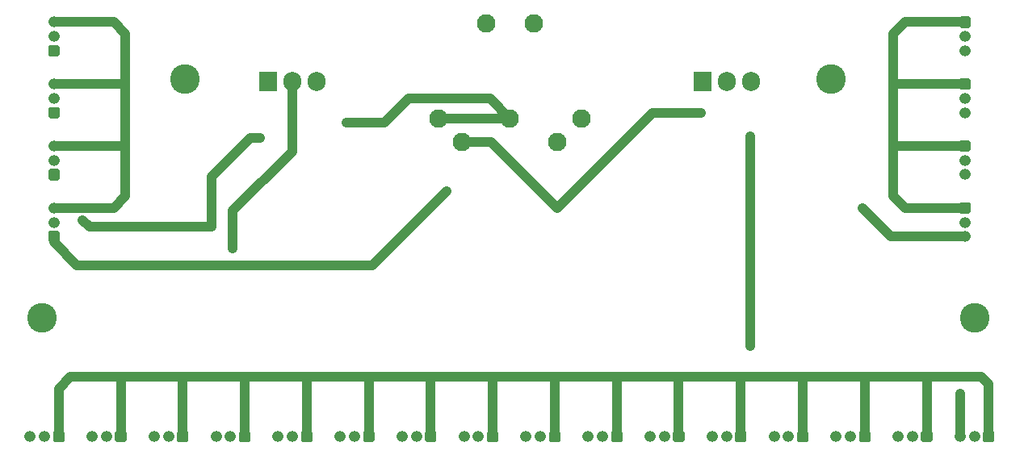
<source format=gbl>
G04 #@! TF.GenerationSoftware,KiCad,Pcbnew,(5.1.6-0-10_14)*
G04 #@! TF.CreationDate,2020-08-03T23:57:46+09:00*
G04 #@! TF.ProjectId,teabiscuits_power,74656162-6973-4637-9569-74735f706f77,rev?*
G04 #@! TF.SameCoordinates,Original*
G04 #@! TF.FileFunction,Copper,L2,Bot*
G04 #@! TF.FilePolarity,Positive*
%FSLAX46Y46*%
G04 Gerber Fmt 4.6, Leading zero omitted, Abs format (unit mm)*
G04 Created by KiCad (PCBNEW (5.1.6-0-10_14)) date 2020-08-03 23:57:46*
%MOMM*%
%LPD*%
G01*
G04 APERTURE LIST*
G04 #@! TA.AperFunction,ComponentPad*
%ADD10O,1.905000X2.000000*%
G04 #@! TD*
G04 #@! TA.AperFunction,ComponentPad*
%ADD11R,1.905000X2.000000*%
G04 #@! TD*
G04 #@! TA.AperFunction,ComponentPad*
%ADD12O,1.200000X1.200000*%
G04 #@! TD*
G04 #@! TA.AperFunction,ComponentPad*
%ADD13C,1.950000*%
G04 #@! TD*
G04 #@! TA.AperFunction,ViaPad*
%ADD14C,3.110000*%
G04 #@! TD*
G04 #@! TA.AperFunction,ViaPad*
%ADD15C,1.000000*%
G04 #@! TD*
G04 #@! TA.AperFunction,Conductor*
%ADD16C,1.000000*%
G04 #@! TD*
G04 APERTURE END LIST*
D10*
X130790000Y-75500000D03*
X128250000Y-75500000D03*
D11*
X125710000Y-75500000D03*
D10*
X176330000Y-75500000D03*
X173790000Y-75500000D03*
D11*
X171250000Y-75500000D03*
G04 #@! TA.AperFunction,ComponentPad*
G36*
G01*
X103673600Y-92350000D02*
X102826400Y-92350000D01*
G75*
G02*
X102650000Y-92173600I0J176400D01*
G01*
X102650000Y-91326400D01*
G75*
G02*
X102826400Y-91150000I176400J0D01*
G01*
X103673600Y-91150000D01*
G75*
G02*
X103850000Y-91326400I0J-176400D01*
G01*
X103850000Y-92173600D01*
G75*
G02*
X103673600Y-92350000I-176400J0D01*
G01*
G37*
G04 #@! TD.AperFunction*
D12*
X103250000Y-90250000D03*
X103250000Y-88750000D03*
G04 #@! TA.AperFunction,ComponentPad*
G36*
G01*
X103673600Y-85850000D02*
X102826400Y-85850000D01*
G75*
G02*
X102650000Y-85673600I0J176400D01*
G01*
X102650000Y-84826400D01*
G75*
G02*
X102826400Y-84650000I176400J0D01*
G01*
X103673600Y-84650000D01*
G75*
G02*
X103850000Y-84826400I0J-176400D01*
G01*
X103850000Y-85673600D01*
G75*
G02*
X103673600Y-85850000I-176400J0D01*
G01*
G37*
G04 #@! TD.AperFunction*
X103250000Y-83750000D03*
X103250000Y-82250000D03*
G04 #@! TA.AperFunction,ComponentPad*
G36*
G01*
X103673600Y-79350000D02*
X102826400Y-79350000D01*
G75*
G02*
X102650000Y-79173600I0J176400D01*
G01*
X102650000Y-78326400D01*
G75*
G02*
X102826400Y-78150000I176400J0D01*
G01*
X103673600Y-78150000D01*
G75*
G02*
X103850000Y-78326400I0J-176400D01*
G01*
X103850000Y-79173600D01*
G75*
G02*
X103673600Y-79350000I-176400J0D01*
G01*
G37*
G04 #@! TD.AperFunction*
X103250000Y-77250000D03*
X103250000Y-75750000D03*
G04 #@! TA.AperFunction,ComponentPad*
G36*
G01*
X103673600Y-72850000D02*
X102826400Y-72850000D01*
G75*
G02*
X102650000Y-72673600I0J176400D01*
G01*
X102650000Y-71826400D01*
G75*
G02*
X102826400Y-71650000I176400J0D01*
G01*
X103673600Y-71650000D01*
G75*
G02*
X103850000Y-71826400I0J-176400D01*
G01*
X103850000Y-72673600D01*
G75*
G02*
X103673600Y-72850000I-176400J0D01*
G01*
G37*
G04 #@! TD.AperFunction*
X103250000Y-70750000D03*
X103250000Y-69250000D03*
G04 #@! TA.AperFunction,ComponentPad*
G36*
G01*
X198326400Y-68650000D02*
X199173600Y-68650000D01*
G75*
G02*
X199350000Y-68826400I0J-176400D01*
G01*
X199350000Y-69673600D01*
G75*
G02*
X199173600Y-69850000I-176400J0D01*
G01*
X198326400Y-69850000D01*
G75*
G02*
X198150000Y-69673600I0J176400D01*
G01*
X198150000Y-68826400D01*
G75*
G02*
X198326400Y-68650000I176400J0D01*
G01*
G37*
G04 #@! TD.AperFunction*
X198750000Y-70750000D03*
X198750000Y-72250000D03*
G04 #@! TA.AperFunction,ComponentPad*
G36*
G01*
X198326400Y-75150000D02*
X199173600Y-75150000D01*
G75*
G02*
X199350000Y-75326400I0J-176400D01*
G01*
X199350000Y-76173600D01*
G75*
G02*
X199173600Y-76350000I-176400J0D01*
G01*
X198326400Y-76350000D01*
G75*
G02*
X198150000Y-76173600I0J176400D01*
G01*
X198150000Y-75326400D01*
G75*
G02*
X198326400Y-75150000I176400J0D01*
G01*
G37*
G04 #@! TD.AperFunction*
X198750000Y-77250000D03*
X198750000Y-78750000D03*
G04 #@! TA.AperFunction,ComponentPad*
G36*
G01*
X198326400Y-81650000D02*
X199173600Y-81650000D01*
G75*
G02*
X199350000Y-81826400I0J-176400D01*
G01*
X199350000Y-82673600D01*
G75*
G02*
X199173600Y-82850000I-176400J0D01*
G01*
X198326400Y-82850000D01*
G75*
G02*
X198150000Y-82673600I0J176400D01*
G01*
X198150000Y-81826400D01*
G75*
G02*
X198326400Y-81650000I176400J0D01*
G01*
G37*
G04 #@! TD.AperFunction*
X198750000Y-83750000D03*
X198750000Y-85250000D03*
G04 #@! TA.AperFunction,ComponentPad*
G36*
G01*
X198326400Y-88150000D02*
X199173600Y-88150000D01*
G75*
G02*
X199350000Y-88326400I0J-176400D01*
G01*
X199350000Y-89173600D01*
G75*
G02*
X199173600Y-89350000I-176400J0D01*
G01*
X198326400Y-89350000D01*
G75*
G02*
X198150000Y-89173600I0J176400D01*
G01*
X198150000Y-88326400D01*
G75*
G02*
X198326400Y-88150000I176400J0D01*
G01*
G37*
G04 #@! TD.AperFunction*
X198750000Y-90250000D03*
X198750000Y-91750000D03*
G04 #@! TA.AperFunction,ComponentPad*
G36*
G01*
X201850000Y-112326400D02*
X201850000Y-113173600D01*
G75*
G02*
X201673600Y-113350000I-176400J0D01*
G01*
X200826400Y-113350000D01*
G75*
G02*
X200650000Y-113173600I0J176400D01*
G01*
X200650000Y-112326400D01*
G75*
G02*
X200826400Y-112150000I176400J0D01*
G01*
X201673600Y-112150000D01*
G75*
G02*
X201850000Y-112326400I0J-176400D01*
G01*
G37*
G04 #@! TD.AperFunction*
X199750000Y-112750000D03*
X198250000Y-112750000D03*
G04 #@! TA.AperFunction,ComponentPad*
G36*
G01*
X195350000Y-112326400D02*
X195350000Y-113173600D01*
G75*
G02*
X195173600Y-113350000I-176400J0D01*
G01*
X194326400Y-113350000D01*
G75*
G02*
X194150000Y-113173600I0J176400D01*
G01*
X194150000Y-112326400D01*
G75*
G02*
X194326400Y-112150000I176400J0D01*
G01*
X195173600Y-112150000D01*
G75*
G02*
X195350000Y-112326400I0J-176400D01*
G01*
G37*
G04 #@! TD.AperFunction*
X193250000Y-112750000D03*
X191750000Y-112750000D03*
G04 #@! TA.AperFunction,ComponentPad*
G36*
G01*
X188850000Y-112326400D02*
X188850000Y-113173600D01*
G75*
G02*
X188673600Y-113350000I-176400J0D01*
G01*
X187826400Y-113350000D01*
G75*
G02*
X187650000Y-113173600I0J176400D01*
G01*
X187650000Y-112326400D01*
G75*
G02*
X187826400Y-112150000I176400J0D01*
G01*
X188673600Y-112150000D01*
G75*
G02*
X188850000Y-112326400I0J-176400D01*
G01*
G37*
G04 #@! TD.AperFunction*
X186750000Y-112750000D03*
X185250000Y-112750000D03*
G04 #@! TA.AperFunction,ComponentPad*
G36*
G01*
X182350000Y-112326400D02*
X182350000Y-113173600D01*
G75*
G02*
X182173600Y-113350000I-176400J0D01*
G01*
X181326400Y-113350000D01*
G75*
G02*
X181150000Y-113173600I0J176400D01*
G01*
X181150000Y-112326400D01*
G75*
G02*
X181326400Y-112150000I176400J0D01*
G01*
X182173600Y-112150000D01*
G75*
G02*
X182350000Y-112326400I0J-176400D01*
G01*
G37*
G04 #@! TD.AperFunction*
X180250000Y-112750000D03*
X178750000Y-112750000D03*
G04 #@! TA.AperFunction,ComponentPad*
G36*
G01*
X175850000Y-112326400D02*
X175850000Y-113173600D01*
G75*
G02*
X175673600Y-113350000I-176400J0D01*
G01*
X174826400Y-113350000D01*
G75*
G02*
X174650000Y-113173600I0J176400D01*
G01*
X174650000Y-112326400D01*
G75*
G02*
X174826400Y-112150000I176400J0D01*
G01*
X175673600Y-112150000D01*
G75*
G02*
X175850000Y-112326400I0J-176400D01*
G01*
G37*
G04 #@! TD.AperFunction*
X173750000Y-112750000D03*
X172250000Y-112750000D03*
G04 #@! TA.AperFunction,ComponentPad*
G36*
G01*
X169350000Y-112326400D02*
X169350000Y-113173600D01*
G75*
G02*
X169173600Y-113350000I-176400J0D01*
G01*
X168326400Y-113350000D01*
G75*
G02*
X168150000Y-113173600I0J176400D01*
G01*
X168150000Y-112326400D01*
G75*
G02*
X168326400Y-112150000I176400J0D01*
G01*
X169173600Y-112150000D01*
G75*
G02*
X169350000Y-112326400I0J-176400D01*
G01*
G37*
G04 #@! TD.AperFunction*
X167250000Y-112750000D03*
X165750000Y-112750000D03*
G04 #@! TA.AperFunction,ComponentPad*
G36*
G01*
X162850000Y-112326400D02*
X162850000Y-113173600D01*
G75*
G02*
X162673600Y-113350000I-176400J0D01*
G01*
X161826400Y-113350000D01*
G75*
G02*
X161650000Y-113173600I0J176400D01*
G01*
X161650000Y-112326400D01*
G75*
G02*
X161826400Y-112150000I176400J0D01*
G01*
X162673600Y-112150000D01*
G75*
G02*
X162850000Y-112326400I0J-176400D01*
G01*
G37*
G04 #@! TD.AperFunction*
X160750000Y-112750000D03*
X159250000Y-112750000D03*
G04 #@! TA.AperFunction,ComponentPad*
G36*
G01*
X156350000Y-112326400D02*
X156350000Y-113173600D01*
G75*
G02*
X156173600Y-113350000I-176400J0D01*
G01*
X155326400Y-113350000D01*
G75*
G02*
X155150000Y-113173600I0J176400D01*
G01*
X155150000Y-112326400D01*
G75*
G02*
X155326400Y-112150000I176400J0D01*
G01*
X156173600Y-112150000D01*
G75*
G02*
X156350000Y-112326400I0J-176400D01*
G01*
G37*
G04 #@! TD.AperFunction*
X154250000Y-112750000D03*
X152750000Y-112750000D03*
G04 #@! TA.AperFunction,ComponentPad*
G36*
G01*
X149850000Y-112326400D02*
X149850000Y-113173600D01*
G75*
G02*
X149673600Y-113350000I-176400J0D01*
G01*
X148826400Y-113350000D01*
G75*
G02*
X148650000Y-113173600I0J176400D01*
G01*
X148650000Y-112326400D01*
G75*
G02*
X148826400Y-112150000I176400J0D01*
G01*
X149673600Y-112150000D01*
G75*
G02*
X149850000Y-112326400I0J-176400D01*
G01*
G37*
G04 #@! TD.AperFunction*
X147750000Y-112750000D03*
X146250000Y-112750000D03*
G04 #@! TA.AperFunction,ComponentPad*
G36*
G01*
X143350000Y-112326400D02*
X143350000Y-113173600D01*
G75*
G02*
X143173600Y-113350000I-176400J0D01*
G01*
X142326400Y-113350000D01*
G75*
G02*
X142150000Y-113173600I0J176400D01*
G01*
X142150000Y-112326400D01*
G75*
G02*
X142326400Y-112150000I176400J0D01*
G01*
X143173600Y-112150000D01*
G75*
G02*
X143350000Y-112326400I0J-176400D01*
G01*
G37*
G04 #@! TD.AperFunction*
X141250000Y-112750000D03*
X139750000Y-112750000D03*
G04 #@! TA.AperFunction,ComponentPad*
G36*
G01*
X136850000Y-112326400D02*
X136850000Y-113173600D01*
G75*
G02*
X136673600Y-113350000I-176400J0D01*
G01*
X135826400Y-113350000D01*
G75*
G02*
X135650000Y-113173600I0J176400D01*
G01*
X135650000Y-112326400D01*
G75*
G02*
X135826400Y-112150000I176400J0D01*
G01*
X136673600Y-112150000D01*
G75*
G02*
X136850000Y-112326400I0J-176400D01*
G01*
G37*
G04 #@! TD.AperFunction*
X134750000Y-112750000D03*
X133250000Y-112750000D03*
G04 #@! TA.AperFunction,ComponentPad*
G36*
G01*
X130350000Y-112326400D02*
X130350000Y-113173600D01*
G75*
G02*
X130173600Y-113350000I-176400J0D01*
G01*
X129326400Y-113350000D01*
G75*
G02*
X129150000Y-113173600I0J176400D01*
G01*
X129150000Y-112326400D01*
G75*
G02*
X129326400Y-112150000I176400J0D01*
G01*
X130173600Y-112150000D01*
G75*
G02*
X130350000Y-112326400I0J-176400D01*
G01*
G37*
G04 #@! TD.AperFunction*
X128250000Y-112750000D03*
X126750000Y-112750000D03*
G04 #@! TA.AperFunction,ComponentPad*
G36*
G01*
X123850000Y-112326400D02*
X123850000Y-113173600D01*
G75*
G02*
X123673600Y-113350000I-176400J0D01*
G01*
X122826400Y-113350000D01*
G75*
G02*
X122650000Y-113173600I0J176400D01*
G01*
X122650000Y-112326400D01*
G75*
G02*
X122826400Y-112150000I176400J0D01*
G01*
X123673600Y-112150000D01*
G75*
G02*
X123850000Y-112326400I0J-176400D01*
G01*
G37*
G04 #@! TD.AperFunction*
X121750000Y-112750000D03*
X120250000Y-112750000D03*
G04 #@! TA.AperFunction,ComponentPad*
G36*
G01*
X117350000Y-112326400D02*
X117350000Y-113173600D01*
G75*
G02*
X117173600Y-113350000I-176400J0D01*
G01*
X116326400Y-113350000D01*
G75*
G02*
X116150000Y-113173600I0J176400D01*
G01*
X116150000Y-112326400D01*
G75*
G02*
X116326400Y-112150000I176400J0D01*
G01*
X117173600Y-112150000D01*
G75*
G02*
X117350000Y-112326400I0J-176400D01*
G01*
G37*
G04 #@! TD.AperFunction*
X115250000Y-112750000D03*
X113750000Y-112750000D03*
G04 #@! TA.AperFunction,ComponentPad*
G36*
G01*
X110850000Y-112326400D02*
X110850000Y-113173600D01*
G75*
G02*
X110673600Y-113350000I-176400J0D01*
G01*
X109826400Y-113350000D01*
G75*
G02*
X109650000Y-113173600I0J176400D01*
G01*
X109650000Y-112326400D01*
G75*
G02*
X109826400Y-112150000I176400J0D01*
G01*
X110673600Y-112150000D01*
G75*
G02*
X110850000Y-112326400I0J-176400D01*
G01*
G37*
G04 #@! TD.AperFunction*
X108750000Y-112750000D03*
X107250000Y-112750000D03*
G04 #@! TA.AperFunction,ComponentPad*
G36*
G01*
X104350000Y-112326400D02*
X104350000Y-113173600D01*
G75*
G02*
X104173600Y-113350000I-176400J0D01*
G01*
X103326400Y-113350000D01*
G75*
G02*
X103150000Y-113173600I0J176400D01*
G01*
X103150000Y-112326400D01*
G75*
G02*
X103326400Y-112150000I176400J0D01*
G01*
X104173600Y-112150000D01*
G75*
G02*
X104350000Y-112326400I0J-176400D01*
G01*
G37*
G04 #@! TD.AperFunction*
X102250000Y-112750000D03*
X100750000Y-112750000D03*
D13*
X148550000Y-69350000D03*
X153550000Y-69350000D03*
X158550000Y-79350000D03*
X156050000Y-81850000D03*
X143550000Y-79350000D03*
X146050000Y-81850000D03*
X151050000Y-79350000D03*
D14*
X184750000Y-75250000D03*
X199750000Y-100250000D03*
X102000000Y-100250000D03*
X117000000Y-75250000D03*
D15*
X192500000Y-88750000D03*
X144400000Y-87000000D03*
X119750000Y-90750000D03*
X106250000Y-90000000D03*
X124875000Y-81375000D03*
X133950000Y-79750000D03*
X110750000Y-87500000D03*
X188000000Y-88750000D03*
X188000000Y-88750000D03*
X156000000Y-88750000D03*
X171050000Y-78750000D03*
X176250000Y-81250000D03*
X176250000Y-103250000D03*
X198250000Y-108250000D03*
X122000000Y-93000000D03*
X123250000Y-106500000D03*
D16*
X198750000Y-69250000D02*
X192500000Y-69250000D01*
X192500000Y-69250000D02*
X191250000Y-70500000D01*
X192500000Y-88750000D02*
X198750000Y-88750000D01*
X191250000Y-87500000D02*
X192500000Y-88750000D01*
X191500000Y-82250000D02*
X198750000Y-82250000D01*
X191250000Y-82000000D02*
X191500000Y-82250000D01*
X191250000Y-75750000D02*
X198750000Y-75750000D01*
X191250000Y-75750000D02*
X191250000Y-82000000D01*
X191250000Y-70500000D02*
X191250000Y-75750000D01*
X191250000Y-86750000D02*
X191250000Y-87500000D01*
X191250000Y-82000000D02*
X191250000Y-86750000D01*
X105650000Y-94750000D02*
X136650000Y-94750000D01*
X103250000Y-92350000D02*
X105650000Y-94750000D01*
X103250000Y-91750000D02*
X103250000Y-92350000D01*
X136650000Y-94750000D02*
X144400000Y-87000000D01*
X119750000Y-90750000D02*
X107000000Y-90750000D01*
X107000000Y-90750000D02*
X106250000Y-90000000D01*
X124875000Y-81375000D02*
X123875000Y-81375000D01*
X119750000Y-85500000D02*
X119750000Y-90750000D01*
X123875000Y-81375000D02*
X119750000Y-85500000D01*
X133950000Y-79750000D02*
X137900000Y-79750000D01*
X137900000Y-79750000D02*
X140400000Y-77250000D01*
X148950000Y-77250000D02*
X151050000Y-79350000D01*
X140400000Y-77250000D02*
X148950000Y-77250000D01*
X151050000Y-79350000D02*
X143550000Y-79350000D01*
X109500000Y-69250000D02*
X110750000Y-70500000D01*
X110750000Y-70500000D02*
X110750000Y-75750000D01*
X109500000Y-88750000D02*
X103250000Y-88750000D01*
X103250000Y-69250000D02*
X109500000Y-69250000D01*
X110500000Y-82250000D02*
X103250000Y-82250000D01*
X110750000Y-87500000D02*
X109500000Y-88750000D01*
X110750000Y-75750000D02*
X103250000Y-75750000D01*
X110750000Y-82000000D02*
X110750000Y-87500000D01*
X110750000Y-75750000D02*
X110750000Y-82000000D01*
X191000000Y-91750000D02*
X198750000Y-91750000D01*
X188000000Y-88750000D02*
X191000000Y-91750000D01*
X149100000Y-81850000D02*
X146050000Y-81850000D01*
X156000000Y-88750000D02*
X149100000Y-81850000D01*
X166000000Y-78750000D02*
X171050000Y-78750000D01*
X156000000Y-88750000D02*
X166000000Y-78750000D01*
X176250000Y-81250000D02*
X176250000Y-81957106D01*
X176250000Y-81957106D02*
X176250000Y-103250000D01*
X198250000Y-112750000D02*
X198250000Y-108250000D01*
X103750000Y-107750000D02*
X103750000Y-112750000D01*
X201250000Y-112750000D02*
X201250000Y-107250000D01*
X105000000Y-106500000D02*
X103750000Y-107750000D01*
X201250000Y-107250000D02*
X200500000Y-106500000D01*
X110250000Y-106500000D02*
X105000000Y-106500000D01*
X110250000Y-106500000D02*
X110250000Y-112750000D01*
X116750000Y-106750000D02*
X116750000Y-112750000D01*
X116500000Y-106500000D02*
X110250000Y-106500000D01*
X116500000Y-106500000D02*
X116750000Y-106750000D01*
X123250000Y-106500000D02*
X116500000Y-106500000D01*
X123250000Y-106500000D02*
X123250000Y-112750000D01*
X129750000Y-106500000D02*
X129750000Y-112750000D01*
X129750000Y-106500000D02*
X123250000Y-106500000D01*
X136250000Y-106500000D02*
X136250000Y-112750000D01*
X136250000Y-106500000D02*
X129750000Y-106500000D01*
X142750000Y-106500000D02*
X142750000Y-112750000D01*
X142750000Y-106500000D02*
X136250000Y-106500000D01*
X149250000Y-106500000D02*
X149250000Y-112750000D01*
X149250000Y-106500000D02*
X142750000Y-106500000D01*
X155750000Y-106500000D02*
X155750000Y-112750000D01*
X155750000Y-106500000D02*
X149250000Y-106500000D01*
X162250000Y-106750000D02*
X162250000Y-112750000D01*
X162500000Y-106500000D02*
X162250000Y-106750000D01*
X162500000Y-106500000D02*
X155750000Y-106500000D01*
X168750000Y-106750000D02*
X168750000Y-112750000D01*
X168500000Y-106500000D02*
X168750000Y-106750000D01*
X168500000Y-106500000D02*
X162500000Y-106500000D01*
X175250000Y-106500000D02*
X175250000Y-112750000D01*
X175250000Y-106500000D02*
X168500000Y-106500000D01*
X181750000Y-106500000D02*
X181750000Y-112750000D01*
X181750000Y-106500000D02*
X175250000Y-106500000D01*
X188250000Y-106500000D02*
X181750000Y-106500000D01*
X188250000Y-106500000D02*
X188250000Y-112750000D01*
X194750000Y-107000000D02*
X194750000Y-112750000D01*
X200500000Y-106500000D02*
X194250000Y-106500000D01*
X194250000Y-106500000D02*
X189750000Y-106500000D01*
X189750000Y-106500000D02*
X188250000Y-106500000D01*
X122000000Y-89052930D02*
X122000000Y-93000000D01*
X128250000Y-75500000D02*
X128250000Y-82802930D01*
X128250000Y-82802930D02*
X122000000Y-89052930D01*
M02*

</source>
